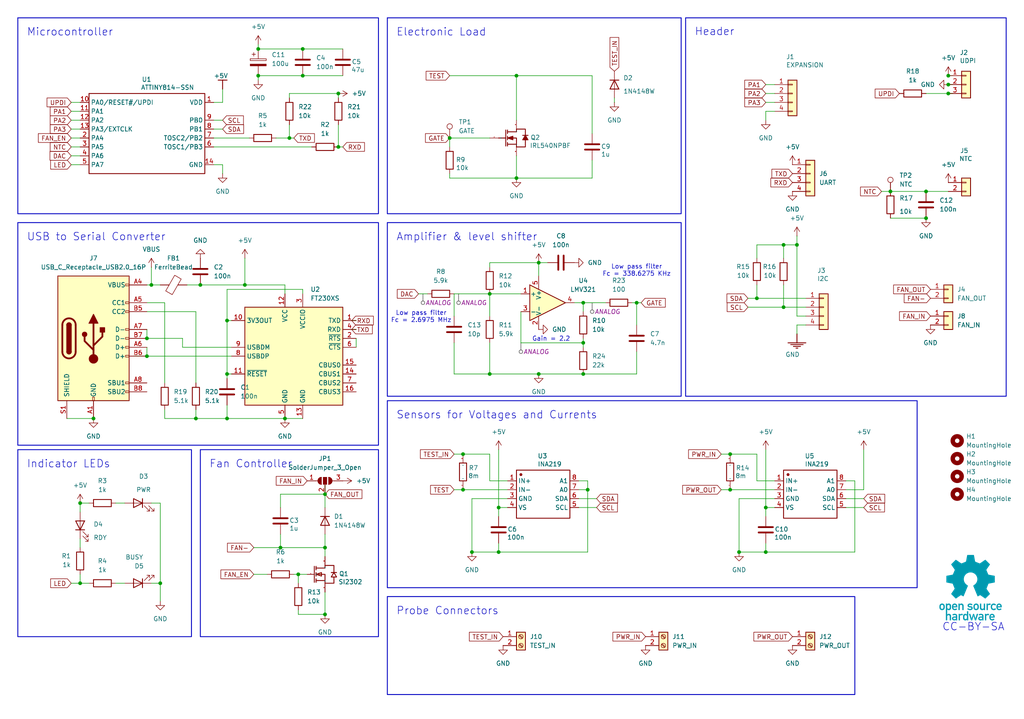
<source format=kicad_sch>
(kicad_sch (version 20231120) (generator "eeschema") (generator_version "8.0")
  (paper "User" 292.1 205.105)
  (junction (at 96.52 41.91))
  (junction (at 96.52 26.67))
  (junction (at 264.16 62.23))
  (junction (at 166.37 86.36))
  (junction (at 142.24 157.48))
  (junction (at 208.28 139.7))
  (junction (at 153.67 106.68))
  (junction (at 64.77 106.68))
  (junction (at 92.71 140.97))
  (junction (at 270.51 24.13))
  (junction (at 64.77 119.38))
  (junction (at 86.36 21.59))
  (junction (at 167.64 139.7))
  (junction (at 26.67 119.38))
  (junction (at 270.51 21.59))
  (junction (at 64.77 91.44))
  (junction (at 92.71 156.21))
  (junction (at 69.85 81.28))
  (junction (at 147.32 21.59))
  (junction (at 45.72 166.37))
  (junction (at 227.33 69.85))
  (junction (at 82.55 39.37))
  (junction (at 43.18 81.28))
  (junction (at 270.51 26.67))
  (junction (at 22.86 143.51))
  (junction (at 264.16 54.61))
  (junction (at 134.62 157.48))
  (junction (at 85.09 163.83))
  (junction (at 153.67 74.93))
  (junction (at 132.08 139.7))
  (junction (at 142.24 144.78))
  (junction (at 128.27 39.37))
  (junction (at 210.82 157.48))
  (junction (at 57.15 81.28))
  (junction (at 73.66 21.59))
  (junction (at 55.88 119.38))
  (junction (at 166.37 106.68))
  (junction (at 41.91 96.52))
  (junction (at 80.01 156.21))
  (junction (at 92.71 175.26))
  (junction (at 41.91 101.6))
  (junction (at 215.9 85.09))
  (junction (at 166.37 97.79))
  (junction (at 147.32 50.8))
  (junction (at 218.44 144.78))
  (junction (at 208.28 129.54))
  (junction (at 223.52 87.63))
  (junction (at 139.7 83.82))
  (junction (at 254 54.61))
  (junction (at 86.36 13.97))
  (junction (at 223.52 69.85))
  (junction (at 181.61 86.36))
  (junction (at 22.86 166.37))
  (junction (at 81.28 119.38))
  (junction (at 218.44 157.48))
  (junction (at 139.7 106.68))
  (junction (at 73.66 13.97))
  (junction (at 132.08 129.54))
  (wire (pts (xy 218.44 34.29) (xy 218.44 31.75)))
  (wire (pts (xy 148.59 88.9) (xy 148.59 97.79)))
  (wire (pts (xy 147.32 21.59) (xy 147.32 34.29)))
  (wire (pts (xy 78.74 39.37) (xy 82.55 39.37)))
  (wire (pts (xy 218.44 157.48) (xy 243.84 157.48)))
  (wire (pts (xy 20.32 46.99) (xy 22.86 46.99)))
  (wire (pts (xy 63.5 46.99) (xy 60.96 46.99)))
  (wire (pts (xy 213.36 85.09) (xy 215.9 85.09)))
  (wire (pts (xy 254 54.61) (xy 264.16 54.61)))
  (wire (pts (xy 264.16 54.61) (xy 270.51 54.61)))
  (wire (pts (xy 46.99 109.22) (xy 46.99 86.36)))
  (wire (pts (xy 20.32 31.75) (xy 22.86 31.75)))
  (wire (pts (xy 270.51 26.67) (xy 271.78 26.67)))
  (wire (pts (xy 139.7 137.16) (xy 139.7 129.54)))
  (wire (pts (xy 92.71 138.43) (xy 92.71 140.97)))
  (wire (pts (xy 139.7 97.79) (xy 139.7 106.68)))
  (wire (pts (xy 128.27 49.53) (xy 128.27 50.8)))
  (wire (pts (xy 92.71 140.97) (xy 92.71 144.78)))
  (wire (pts (xy 227.33 69.85) (xy 227.33 67.31)))
  (wire (pts (xy 63.5 29.21) (xy 60.96 29.21)))
  (wire (pts (xy 82.55 39.37) (xy 83.82 39.37)))
  (wire (pts (xy 264.16 26.67) (xy 270.51 26.67)))
  (wire (pts (xy 96.52 35.56) (xy 96.52 41.91)))
  (wire (pts (xy 45.72 143.51) (xy 45.72 166.37)))
  (wire (pts (xy 139.7 74.93) (xy 139.7 76.2)))
  (wire (pts (xy 142.24 144.78) (xy 142.24 147.32)))
  (wire (pts (xy 210.82 157.48) (xy 218.44 157.48)))
  (wire (pts (xy 215.9 81.28) (xy 215.9 85.09)))
  (wire (pts (xy 20.32 166.37) (xy 22.86 166.37)))
  (wire (pts (xy 101.6 91.44) (xy 100.33 91.44)))
  (wire (pts (xy 142.24 157.48) (xy 167.64 157.48)))
  (wire (pts (xy 166.37 97.79) (xy 166.37 99.06)))
  (wire (pts (xy 215.9 69.85) (xy 223.52 69.85)))
  (wire (pts (xy 165.1 137.16) (xy 167.64 137.16)))
  (wire (pts (xy 20.32 34.29) (xy 22.86 34.29)))
  (wire (pts (xy 166.37 106.68) (xy 181.61 106.68)))
  (wire (pts (xy 41.91 101.6) (xy 66.04 101.6)))
  (wire (pts (xy 213.36 87.63) (xy 223.52 87.63)))
  (wire (pts (xy 139.7 129.54) (xy 132.08 129.54)))
  (wire (pts (xy 153.67 106.68) (xy 166.37 106.68)))
  (wire (pts (xy 82.55 27.94) (xy 82.55 26.67)))
  (wire (pts (xy 153.67 74.93) (xy 153.67 78.74)))
  (wire (pts (xy 166.37 97.79) (xy 166.37 96.52)))
  (wire (pts (xy 218.44 31.75) (xy 220.98 31.75)))
  (wire (pts (xy 38.1 101.6) (xy 41.91 101.6)))
  (wire (pts (xy 80.01 140.97) (xy 80.01 144.78)))
  (wire (pts (xy 129.54 106.68) (xy 139.7 106.68)))
  (wire (pts (xy 134.62 157.48) (xy 142.24 157.48)))
  (wire (pts (xy 180.34 86.36) (xy 181.61 86.36)))
  (wire (pts (xy 241.3 142.24) (xy 246.38 142.24)))
  (wire (pts (xy 101.6 96.52) (xy 101.6 99.06)))
  (wire (pts (xy 129.54 97.79) (xy 129.54 106.68)))
  (wire (pts (xy 218.44 29.21) (xy 220.98 29.21)))
  (wire (pts (xy 144.78 137.16) (xy 139.7 137.16)))
  (wire (pts (xy 20.32 41.91) (xy 22.86 41.91)))
  (wire (pts (xy 72.39 156.21) (xy 80.01 156.21)))
  (wire (pts (xy 220.98 137.16) (xy 215.9 137.16)))
  (wire (pts (xy 215.9 69.85) (xy 215.9 73.66)))
  (wire (pts (xy 73.66 21.59) (xy 86.36 21.59)))
  (wire (pts (xy 63.5 25.4) (xy 63.5 29.21)))
  (wire (pts (xy 129.54 83.82) (xy 139.7 83.82)))
  (wire (pts (xy 92.71 152.4) (xy 92.71 156.21)))
  (wire (pts (xy 73.66 21.59) (xy 73.66 22.86)))
  (wire (pts (xy 22.86 143.51) (xy 22.86 146.05)))
  (wire (pts (xy 166.37 88.9) (xy 166.37 86.36)))
  (wire (pts (xy 246.38 139.7) (xy 246.38 128.27)))
  (wire (pts (xy 227.33 92.71) (xy 229.87 92.71)))
  (wire (pts (xy 218.44 144.78) (xy 218.44 147.32)))
  (wire (pts (xy 218.44 144.78) (xy 218.44 128.27)))
  (wire (pts (xy 165.1 142.24) (xy 170.18 142.24)))
  (wire (pts (xy 66.04 91.44) (xy 64.77 91.44)))
  (wire (pts (xy 229.87 90.17) (xy 227.33 90.17)))
  (wire (pts (xy 132.08 129.54) (xy 129.54 129.54)))
  (wire (pts (xy 64.77 82.55) (xy 86.36 82.55)))
  (wire (pts (xy 53.34 81.28) (xy 57.15 81.28)))
  (wire (pts (xy 22.86 166.37) (xy 25.4 166.37)))
  (wire (pts (xy 119.38 83.82) (xy 121.92 83.82)))
  (wire (pts (xy 139.7 106.68) (xy 153.67 106.68)))
  (wire (pts (xy 33.02 143.51) (xy 35.56 143.51)))
  (wire (pts (xy 22.86 143.51) (xy 25.4 143.51)))
  (wire (pts (xy 168.91 21.59) (xy 168.91 38.1)))
  (wire (pts (xy 80.01 156.21) (xy 92.71 156.21)))
  (wire (pts (xy 43.18 76.2) (xy 43.18 81.28)))
  (wire (pts (xy 83.82 163.83) (xy 85.09 163.83)))
  (wire (pts (xy 41.91 99.06) (xy 41.91 101.6)))
  (wire (pts (xy 218.44 154.94) (xy 218.44 157.48)))
  (wire (pts (xy 223.52 69.85) (xy 227.33 69.85)))
  (wire (pts (xy 139.7 83.82) (xy 139.7 90.17)))
  (wire (pts (xy 241.3 139.7) (xy 246.38 139.7)))
  (wire (pts (xy 86.36 13.97) (xy 97.79 13.97)))
  (wire (pts (xy 220.98 142.24) (xy 210.82 142.24)))
  (wire (pts (xy 19.05 119.38) (xy 26.67 119.38)))
  (wire (pts (xy 55.88 109.22) (xy 55.88 88.9)))
  (wire (pts (xy 63.5 36.83) (xy 60.96 36.83)))
  (wire (pts (xy 147.32 50.8) (xy 168.91 50.8)))
  (wire (pts (xy 144.78 139.7) (xy 132.08 139.7)))
  (wire (pts (xy 60.96 41.91) (xy 88.9 41.91)))
  (wire (pts (xy 175.26 29.21) (xy 175.26 27.94)))
  (wire (pts (xy 43.18 81.28) (xy 41.91 81.28)))
  (wire (pts (xy 81.28 81.28) (xy 81.28 83.82)))
  (wire (pts (xy 20.32 36.83) (xy 22.86 36.83)))
  (wire (pts (xy 64.77 115.57) (xy 64.77 119.38)))
  (wire (pts (xy 181.61 106.68) (xy 181.61 100.33)))
  (wire (pts (xy 52.07 96.52) (xy 41.91 96.52)))
  (wire (pts (xy 168.91 45.72) (xy 168.91 50.8)))
  (wire (pts (xy 85.09 175.26) (xy 92.71 175.26)))
  (wire (pts (xy 223.52 69.85) (xy 223.52 73.66)))
  (wire (pts (xy 72.39 163.83) (xy 76.2 163.83)))
  (wire (pts (xy 128.27 39.37) (xy 128.27 41.91)))
  (wire (pts (xy 57.15 81.28) (xy 69.85 81.28)))
  (wire (pts (xy 208.28 139.7) (xy 205.74 139.7)))
  (wire (pts (xy 147.32 50.8) (xy 147.32 44.45)))
  (wire (pts (xy 218.44 26.67) (xy 220.98 26.67)))
  (wire (pts (xy 220.98 139.7) (xy 208.28 139.7)))
  (wire (pts (xy 60.96 39.37) (xy 71.12 39.37)))
  (wire (pts (xy 85.09 163.83) (xy 85.09 166.37)))
  (wire (pts (xy 182.88 86.36) (xy 181.61 86.36)))
  (wire (pts (xy 144.78 142.24) (xy 134.62 142.24)))
  (wire (pts (xy 165.1 139.7) (xy 167.64 139.7)))
  (wire (pts (xy 210.82 142.24) (xy 210.82 157.48)))
  (wire (pts (xy 96.52 27.94) (xy 96.52 26.67)))
  (wire (pts (xy 132.08 139.7) (xy 129.54 139.7)))
  (wire (pts (xy 153.67 74.93) (xy 139.7 74.93)))
  (wire (pts (xy 20.32 39.37) (xy 22.86 39.37)))
  (wire (pts (xy 73.66 12.7) (xy 73.66 13.97)))
  (wire (pts (xy 251.46 54.61) (xy 254 54.61)))
  (wire (pts (xy 69.85 73.66) (xy 69.85 81.28)))
  (wire (pts (xy 81.28 119.38) (xy 86.36 119.38)))
  (wire (pts (xy 92.71 168.91) (xy 92.71 175.26)))
  (wire (pts (xy 134.62 142.24) (xy 134.62 157.48)))
  (wire (pts (xy 41.91 88.9) (xy 55.88 88.9)))
  (wire (pts (xy 20.32 44.45) (xy 22.86 44.45)))
  (wire (pts (xy 218.44 24.13) (xy 220.98 24.13)))
  (wire (pts (xy 64.77 119.38) (xy 81.28 119.38)))
  (wire (pts (xy 55.88 116.84) (xy 55.88 119.38)))
  (wire (pts (xy 165.1 144.78) (xy 170.18 144.78)))
  (wire (pts (xy 46.99 116.84) (xy 46.99 119.38)))
  (wire (pts (xy 86.36 83.82) (xy 86.36 82.55)))
  (wire (pts (xy 129.54 83.82) (xy 129.54 90.17)))
  (wire (pts (xy 208.28 129.54) (xy 205.74 129.54)))
  (wire (pts (xy 64.77 106.68) (xy 64.77 91.44)))
  (wire (pts (xy 66.04 99.06) (xy 52.07 99.06)))
  (wire (pts (xy 220.98 144.78) (xy 218.44 144.78)))
  (wire (pts (xy 241.3 137.16) (xy 243.84 137.16)))
  (wire (pts (xy 43.18 143.51) (xy 45.72 143.51)))
  (wire (pts (xy 156.21 74.93) (xy 153.67 74.93)))
  (wire (pts (xy 215.9 85.09) (xy 229.87 85.09)))
  (wire (pts (xy 148.59 97.79) (xy 166.37 97.79)))
  (wire (pts (xy 63.5 49.53) (xy 63.5 46.99)))
  (wire (pts (xy 80.01 140.97) (xy 92.71 140.97)))
  (wire (pts (xy 52.07 99.06) (xy 52.07 96.52)))
  (wire (pts (xy 270.51 21.59) (xy 271.78 21.59)))
  (wire (pts (xy 55.88 119.38) (xy 64.77 119.38)))
  (wire (pts (xy 241.3 144.78) (xy 246.38 144.78)))
  (wire (pts (xy 73.66 13.97) (xy 86.36 13.97)))
  (wire (pts (xy 96.52 26.67) (xy 82.55 26.67)))
  (wire (pts (xy 41.91 93.98) (xy 41.91 96.52)))
  (wire (pts (xy 82.55 35.56) (xy 82.55 39.37)))
  (wire (pts (xy 166.37 86.36) (xy 172.72 86.36)))
  (wire (pts (xy 142.24 154.94) (xy 142.24 157.48)))
  (wire (pts (xy 64.77 106.68) (xy 64.77 107.95)))
  (wire (pts (xy 85.09 173.99) (xy 85.09 175.26)))
  (wire (pts (xy 69.85 81.28) (xy 81.28 81.28)))
  (wire (pts (xy 85.09 163.83) (xy 87.63 163.83)))
  (wire (pts (xy 181.61 86.36) (xy 181.61 92.71)))
  (wire (pts (xy 22.86 163.83) (xy 22.86 166.37)))
  (wire (pts (xy 227.33 95.25) (xy 227.33 92.71)))
  (wire (pts (xy 64.77 82.55) (xy 64.77 91.44)))
  (wire (pts (xy 163.83 86.36) (xy 166.37 86.36)))
  (wire (pts (xy 128.27 39.37) (xy 139.7 39.37)))
  (wire (pts (xy 63.5 34.29) (xy 60.96 34.29)))
  (wire (pts (xy 80.01 152.4) (xy 80.01 156.21)))
  (wire (pts (xy 20.32 29.21) (xy 22.86 29.21)))
  (wire (pts (xy 215.9 129.54) (xy 208.28 129.54)))
  (wire (pts (xy 243.84 137.16) (xy 243.84 157.48)))
  (wire (pts (xy 64.77 106.68) (xy 66.04 106.68)))
  (wire (pts (xy 45.72 81.28) (xy 43.18 81.28)))
  (wire (pts (xy 223.52 87.63) (xy 229.87 87.63)))
  (wire (pts (xy 45.72 166.37) (xy 45.72 171.45)))
  (wire (pts (xy 147.32 50.8) (xy 128.27 50.8)))
  (wire (pts (xy 128.27 21.59) (xy 147.32 21.59)))
  (wire (pts (xy 46.99 119.38) (xy 55.88 119.38)))
  (wire (pts (xy 144.78 144.78) (xy 142.24 144.78)))
  (wire (pts (xy 43.18 166.37) (xy 45.72 166.37)))
  (wire (pts (xy 33.02 166.37) (xy 35.56 166.37)))
  (wire (pts (xy 96.52 41.91) (xy 97.79 41.91)))
  (wire (pts (xy 271.78 24.13) (xy 270.51 24.13)))
  (wire (pts (xy 147.32 21.59) (xy 168.91 21.59)))
  (wire (pts (xy 41.91 86.36) (xy 46.99 86.36)))
  (wire (pts (xy 139.7 83.82) (xy 148.59 83.82)))
  (wire (pts (xy 167.64 139.7) (xy 167.64 157.48)))
  (wire (pts (xy 22.86 153.67) (xy 22.86 156.21)))
  (wire (pts (xy 167.64 137.16) (xy 167.64 139.7)))
  (wire (pts (xy 223.52 81.28) (xy 223.52 87.63)))
  (wire (pts (xy 92.71 156.21) (xy 92.71 158.75)))
  (wire (pts (xy 254 62.23) (xy 264.16 62.23)))
  (wire (pts (xy 86.36 21.59) (xy 97.79 21.59)))
  (wire (pts (xy 227.33 90.17) (xy 227.33 69.85)))
  (wire (pts (xy 101.6 93.98) (xy 100.33 93.98)))
  (wire (pts (xy 142.24 144.78) (xy 142.24 128.27)))
  (wire (pts (xy 215.9 137.16) (xy 215.9 129.54)))
  (rectangle (start 110.49 5.08) (end 194.31 60.96) (stroke (width 0.254)))
  (rectangle (start 195.58 5.08) (end 287.02 113.03) (stroke (width 0.254)))
  (rectangle (start 110.49 63.5) (end 194.31 113.03) (stroke (width 0.254)))
  (rectangle (start 5.08 5.08) (end 107.95 60.96) (stroke (width 0.254)))
  (rectangle (start 57.15 128.27) (end 107.95 181.61) (stroke (width 0.254)))
  (rectangle (start 5.08 63.5) (end 107.95 127) (stroke (width 0.254)))
  (rectangle (start 5.08 128.27) (end 54.61 181.61) (stroke (width 0.254)))
  (rectangle (start 110.49 114.3) (end 261.62 167.64) (stroke (width 0.254)))
  (rectangle (start 110.49 170.18) (end 243.84 198.12) (stroke (width 0.254)))
  (image (at 276.86 167.64) (scale 0.364258))
  (text "USB to Serial Converter" (at 7.62 66.4083 0) (effects (font (size 2.1717 2.1717)) (justify left top)))
  (text "Sensors for Voltages and Currents" (at 113.03 117.2083 0) (effects (font (size 2.1717 2.1717)) (justify left top)))
  (text "Indicator LEDs" (at 7.62 131.1783 0) (effects (font (size 2.1717 2.1717)) (justify left top)))
  (text "Header" (at 198.12 7.874 0) (effects (font (size 2.1717 2.1717)) (justify left top)))
  (text "Gain = 2.2" (at 157.226 96.774 0) (effects (font (size 1.27 1.27))))
  (text "Microcontroller" (at 7.62 7.9883 0) (effects (font (size 2.1717 2.1717)) (justify left top)))
  (text "CC-BY-SA" (at 268.732 177.6603 0) (effects (font (size 2.1717 2.1717)) (justify left top)))
  (text "Low pass filter\nFc = 338.6275 KHz" (at 181.61 77.216 0) (effects (font (size 1.27 1.27))))
  (text "Amplifier & level shifter" (at 113.03 66.4083 0) (effects (font (size 2.1717 2.1717)) (justify left top)))
  (text "Electronic Load" (at 113.03 7.9883 0) (effects (font (size 2.1717 2.1717)) (justify left top)))
  (text "Low pass filter\nFc = 2.6975 MHz" (at 120.142 90.424 0) (effects (font (size 1.27 1.27))))
  (text "Fan Controller" (at 59.69 131.1783 0) (effects (font (size 2.1717 2.1717)) (justify left top)))
  (text "Probe Connectors" (at 113.03 173.0883 0) (effects (font (size 2.1717 2.1717)) (justify left top)))
  (global_label "GATE" (shape input) (at 182.88 86.36 0) (property "Intersheetrefs" "${INTERSHEET_REFS}" (effects (hide yes))))
  (global_label "PA3" (shape input) (at 20.32 36.83 180) (property "Intersheetrefs" "${INTERSHEET_REFS}" (effects (hide yes))))
  (global_label "TEST" (shape input) (at 128.27 21.59 180) (property "Intersheetrefs" "${INTERSHEET_REFS}" (effects (hide yes))))
  (global_label "FAN_IN" (shape input) (at 265.43 90.17 180) (property "Intersheetrefs" "${INTERSHEET_REFS}" (effects (hide yes))))
  (global_label "SDA" (shape input) (at 246.38 142.24 0) (property "Intersheetrefs" "${INTERSHEET_REFS}" (effects (hide yes))))
  (global_label "SCL" (shape input) (at 170.18 144.78 0) (property "Intersheetrefs" "${INTERSHEET_REFS}" (effects (hide yes))))
  (global_label "PWR_OUT" (shape input) (at 205.74 139.7 180) (property "Intersheetrefs" "${INTERSHEET_REFS}" (effects (hide yes))))
  (global_label "FAN_EN" (shape input) (at 72.39 163.83 180) (property "Intersheetrefs" "${INTERSHEET_REFS}" (effects (hide yes))))
  (global_label "TXD" (shape input) (at 100.33 93.98 0) (property "Intersheetrefs" "${INTERSHEET_REFS}" (effects (hide yes))))
  (global_label "FAN_OUT" (shape input) (at 265.43 82.55 180) (property "Intersheetrefs" "${INTERSHEET_REFS}" (effects (hide yes))))
  (global_label "LED" (shape input) (at 20.32 46.99 180) (property "Intersheetrefs" "${INTERSHEET_REFS}" (effects (hide yes))))
  (global_label "TEST_IN" (shape input) (at 175.26 20.32 90) (property "Intersheetrefs" "${INTERSHEET_REFS}" (effects (hide yes))))
  (global_label "SDA" (shape input) (at 170.18 142.24 0) (property "Intersheetrefs" "${INTERSHEET_REFS}" (effects (hide yes))))
  (global_label "RXD" (shape input) (at 97.79 41.91 0) (property "Intersheetrefs" "${INTERSHEET_REFS}" (effects (hide yes))))
  (global_label "PA1" (shape input) (at 20.32 31.75 180) (property "Intersheetrefs" "${INTERSHEET_REFS}" (effects (hide yes))))
  (global_label "DAC" (shape input) (at 119.38 83.82 180) (property "Intersheetrefs" "${INTERSHEET_REFS}" (effects (hide yes))))
  (global_label "PWR_OUT" (shape input) (at 226.06 181.61 180) (property "Intersheetrefs" "${INTERSHEET_REFS}" (effects (hide yes))))
  (global_label "FAN_IN" (shape input) (at 87.63 137.16 180) (property "Intersheetrefs" "${INTERSHEET_REFS}" (effects (hide yes))))
  (global_label "UPDI" (shape input) (at 256.54 26.67 180) (property "Intersheetrefs" "${INTERSHEET_REFS}" (effects (hide yes))))
  (global_label "UPDI" (shape input) (at 20.32 29.21 180) (property "Intersheetrefs" "${INTERSHEET_REFS}" (effects (hide yes))))
  (global_label "PA1" (shape input) (at 218.44 24.13 180) (property "Intersheetrefs" "${INTERSHEET_REFS}" (effects (hide yes))))
  (global_label "SDA" (shape input) (at 213.36 85.09 180) (property "Intersheetrefs" "${INTERSHEET_REFS}" (effects (hide yes))))
  (global_label "PWR_IN" (shape input) (at 205.74 129.54 180) (property "Intersheetrefs" "${INTERSHEET_REFS}" (effects (hide yes))))
  (global_label "FAN-" (shape input) (at 72.39 156.21 180) (property "Intersheetrefs" "${INTERSHEET_REFS}" (effects (hide yes))))
  (global_label "GATE" (shape input) (at 128.27 39.37 180) (property "Intersheetrefs" "${INTERSHEET_REFS}" (effects (hide yes))))
  (global_label "TEST_IN" (shape input) (at 129.54 129.54 180) (property "Intersheetrefs" "${INTERSHEET_REFS}" (effects (hide yes))))
  (global_label "TEST_IN" (shape input) (at 143.51 181.61 180) (property "Intersheetrefs" "${INTERSHEET_REFS}" (effects (hide yes))))
  (global_label "SDA" (shape input) (at 63.5 36.83 0) (property "Intersheetrefs" "${INTERSHEET_REFS}" (effects (hide yes))))
  (global_label "TEST" (shape input) (at 129.54 139.7 180) (property "Intersheetrefs" "${INTERSHEET_REFS}" (effects (hide yes))))
  (global_label "LED" (shape input) (at 20.32 166.37 180) (property "Intersheetrefs" "${INTERSHEET_REFS}" (effects (hide yes))))
  (global_label "PWR_IN" (shape input) (at 184.15 181.61 180) (property "Intersheetrefs" "${INTERSHEET_REFS}" (effects (hide yes))))
  (global_label "FAN_EN" (shape input) (at 20.32 39.37 180) (property "Intersheetrefs" "${INTERSHEET_REFS}" (effects (hide yes))))
  (global_label "SCL" (shape input) (at 213.36 87.63 180) (property "Intersheetrefs" "${INTERSHEET_REFS}" (effects (hide yes))))
  (global_label "PA2" (shape input) (at 218.44 26.67 180) (property "Intersheetrefs" "${INTERSHEET_REFS}" (effects (hide yes))))
  (global_label "SCL" (shape input) (at 63.5 34.29 0) (property "Intersheetrefs" "${INTERSHEET_REFS}" (effects (hide yes))))
  (global_label "PA3" (shape input) (at 218.44 29.21 180) (property "Intersheetrefs" "${INTERSHEET_REFS}" (effects (hide yes))))
  (global_label "TXD" (shape input) (at 226.06 49.53 180) (property "Intersheetrefs" "${INTERSHEET_REFS}" (effects (hide yes))))
  (global_label "FAN-" (shape input) (at 265.43 85.09 180) (property "Intersheetrefs" "${INTERSHEET_REFS}" (effects (hide yes))))
  (global_label "NTC" (shape input) (at 20.32 41.91 180) (property "Intersheetrefs" "${INTERSHEET_REFS}" (effects (hide yes))))
  (global_label "TXD" (shape input) (at 83.82 39.37 0) (property "Intersheetrefs" "${INTERSHEET_REFS}" (effects (hide yes))))
  (global_label "PA2" (shape input) (at 20.32 34.29 180) (property "Intersheetrefs" "${INTERSHEET_REFS}" (effects (hide yes))))
  (global_label "RXD" (shape input) (at 100.33 91.44 0) (property "Intersheetrefs" "${INTERSHEET_REFS}" (effects (hide yes))))
  (global_label "DAC" (shape input) (at 20.32 44.45 180) (property "Intersheetrefs" "${INTERSHEET_REFS}" (effects (hide yes))))
  (global_label "SCL" (shape input) (at 246.38 144.78 0) (property "Intersheetrefs" "${INTERSHEET_REFS}" (effects (hide yes))))
  (global_label "NTC" (shape input) (at 251.46 54.61 180) (property "Intersheetrefs" "${INTERSHEET_REFS}" (effects (hide yes))))
  (global_label "RXD" (shape input) (at 226.06 52.07 180) (property "Intersheetrefs" "${INTERSHEET_REFS}" (effects (hide yes))))
  (global_label "FAN_OUT" (shape input) (at 92.71 140.97 0) (property "Intersheetrefs" "${INTERSHEET_REFS}" (effects (hide yes))))
  (netclass_flag "" (length 2.54) (shape round) (at 130.81 83.82 180) (property "Netclass" "ANALOG" (at 131.5085 86.36 0) (effects (font (italic yes)) (justify left))))
  (netclass_flag "" (length 2.54) (shape round) (at 168.91 86.36 180) (property "Netclass" "ANALOG" (at 169.6085 88.9 0) (effects (font (italic yes)) (justify left))))
  (netclass_flag "" (length 2.54) (shape round) (at 148.59 97.79 180) (property "Netclass" "ANALOG" (at 149.2885 100.33 0) (effects (font (italic yes)) (justify left))))
  (netclass_flag "" (length 2.54) (shape round) (at 120.65 83.82 180) (property "Netclass" "ANALOG" (at 121.3485 86.36 0) (effects (font (italic yes)) (justify left))))
  (symbol (lib_id "power:GND") (at 210.82 157.48 0) (unit 1)
    (property "Reference" "#PWR018" (effects (hide yes)))
    (property "Value" "GND" (at 210.82 162.56 0))
    (property "Description" "Power symbol creates a global label with name \"GND\" , ground" (effects (hide yes)))
  )
  (symbol (lib_id "power:GND") (at 184.15 184.15 0) (unit 1)
    (property "Reference" "#PWR010" (effects (hide yes)))
    (property "Value" "GND" (at 184.15 189.23 0))
    (property "Description" "Power symbol creates a global label with name \"GND\" , ground" (effects (hide yes)))
  )
  (symbol (lib_id "power:+5V") (at 96.52 26.67 270) (unit 1)
    (property "Reference" "#PWR047" (effects (hide yes)))
    (property "Value" "+5V" (at 100.33 26.6699 90) (effects (justify left)))
    (property "Description" "Power symbol creates a global label with name \"+5V\"" (effects (hide yes)))
  )
  (symbol (lib_id "Mechanical:MountingHole") (at 273.05 135.89 0) (unit 1) (exclude_from_sim yes) (in_bom no)
    (property "Reference" "H3" (at 275.59 134.6199 0) (effects (justify left)))
    (property "Value" "MountingHole" (at 275.59 137.1599 0) (effects (justify left)))
    (property "Footprint" "MountingHole:MountingHole_2.2mm_M2" (effects (hide yes)))
    (property "Description" "Mounting Hole without connection" (effects (hide yes)))
  )
  (symbol (lib_id "Device:R") (at 223.52 77.47 0) (unit 1)
    (property "Reference" "R16" (at 217.551 75.3491 0) (effects (justify left top)))
    (property "Value" "10k" (at 217.805 77.8637 0) (effects (justify left top)))
    (property "Footprint" "Resistor_SMD:R_0603_1608Metric" (effects (hide yes)))
    (property "Description" "Resistor" (effects (hide yes)))
    (property "Manufacturer Part" "0603WAF4701T5E" (effects (hide yes)))
    (property "Manufacturer" "UniOhm" (effects (hide yes)))
    (property "Supplier Part" "C23162" (effects (hide yes)))
    (property "Supplier" "LCSC" (effects (hide yes)))
  )
  (symbol (lib_id "Device:R") (at 29.21 143.51 90) (unit 0)
    (property "Reference" "R3" (at 29.21 137.16 90))
    (property "Value" "1k" (at 29.21 139.7 90))
    (property "Footprint" "Resistor_SMD:R_0603_1608Metric" (effects (hide yes)))
    (property "Description" "Resistor" (effects (hide yes)))
    (property "Manufacturer Part" "0603WAF1001T5E" (effects (hide yes)))
    (property "Manufacturer" "UniOhm" (effects (hide yes)))
    (property "Supplier Part" "C21190" (effects (hide yes)))
    (property "Supplier" "LCSC" (effects (hide yes)))
  )
  (symbol (lib_id "power:+5V") (at 270.51 21.59 0) (unit 1)
    (property "Reference" "#PWR014" (effects (hide yes)))
    (property "Value" "+5V" (at 270.51 16.51 0))
    (property "Description" "Power symbol creates a global label with name \"+5V\"" (effects (hide yes)))
  )
  (symbol (lib_id "Device:R") (at 82.55 31.75 180) (unit 0)
    (property "Reference" "R22" (at 85.09 30.4799 0) (effects (justify right)))
    (property "Value" "10k" (at 85.09 33.0199 0) (effects (justify right)))
    (property "Footprint" "Resistor_SMD:R_0603_1608Metric" (effects (hide yes)))
    (property "Description" "Resistor" (effects (hide yes)))
    (property "Manufacturer Part" "0603WAF1002T5E" (effects (hide yes)))
    (property "Manufacturer" "UniOhm" (effects (hide yes)))
    (property "Supplier Part" "C25804" (effects (hide yes)))
    (property "Supplier" "LCSC" (effects (hide yes)))
  )
  (symbol (lib_id "Connector:TestPoint") (at 254 54.61 0) (unit 1) (in_bom no)
    (property "Reference" "TP2" (at 256.54 50.0379 0) (effects (justify left)))
    (property "Value" "NTC" (at 256.54 52.5779 0) (effects (justify left)))
    (property "Footprint" "TestPoint:TestPoint_Pad_D1.0mm" (effects (hide yes)))
    (property "Description" "test point" (effects (hide yes)))
  )
  (symbol (lib_id "power:GND") (at 57.15 73.66 180) (unit 1)
    (property "Reference" "#PWR04" (effects (hide yes)))
    (property "Value" "GND" (at 57.15 68.58 0))
    (property "Description" "Power symbol creates a global label with name \"GND\" , ground" (effects (hide yes)))
  )
  (symbol (lib_id "Connector_Generic:Conn_01x02") (at 270.51 90.17 0) (unit 1)
    (property "Reference" "J8" (at 273.05 90.1699 0) (effects (justify left)))
    (property "Value" "FAN_IN" (at 273.05 92.7099 0) (effects (justify left)))
    (property "Footprint" "Connector_PinHeader_2.54mm:PinHeader_1x02_P2.54mm_Vertical" (effects (hide yes)))
    (property "Description" "Generic connector, single row, 01x02, script generated (kicad-library-utils/schlib/autogen/connector/)" (effects (hide yes)))
  )
  (symbol (lib_id "power:GND") (at 81.28 119.38 0) (unit 1)
    (property "Reference" "#PWR09" (effects (hide yes)))
    (property "Value" "GND" (at 81.28 124.46 0))
    (property "Description" "Power symbol creates a global label with name \"GND\" , ground" (effects (hide yes)))
  )
  (symbol (lib_id "CR2512F0R3E04_3") (at 132.08 134.62 0) (unit 0)
    (property "Reference" "R7" (at 133.7056 132.7531 0) (effects (justify left top)))
    (property "Value" "8m" (at 133.5532 135.0137 0) (effects (justify left top)))
    (property "Footprint" "Resistor_SMD:R_2512_6332Metric" (effects (hide yes)))
    (property "Manufacturer Part" "MRF6432(2512)LR008FTS" (effects (hide yes)))
    (property "Manufacturer" "SUP" (effects (hide yes)))
    (property "Supplier Part" "C76241" (effects (hide yes)))
    (property "Supplier" "LCSC" (effects (hide yes)))
  )
  (symbol (lib_id "Device:R") (at 128.27 45.72 0) (unit 0)
    (property "Reference" "R9" (at 130.048 44.8437 0) (effects (justify left top)))
    (property "Value" "10k" (at 130.048 47.1297 0) (effects (justify left top)))
    (property "Footprint" "Resistor_SMD:R_0603_1608Metric" (effects (hide yes)))
    (property "Description" "Resistor" (effects (hide yes)))
    (property "Manufacturer Part" "0603WAF1002T5E" (effects (hide yes)))
    (property "Manufacturer" "UniOhm" (effects (hide yes)))
    (property "Supplier Part" "C25804" (effects (hide yes)))
    (property "Supplier" "LCSC" (effects (hide yes)))
  )
  (symbol (lib_id "SI2302_C344009") (at 92.71 163.83 0) (unit 1)
    (property "Reference" "Q1" (at 96.6978 162.9537 0) (effects (justify left top)))
    (property "Value" "SI2302" (at 96.52 165.2651 0) (effects (justify left top)))
    (property "Footprint" "Package_TO_SOT_SMD:SOT-23-3" (effects (hide yes)))
    (property "Manufacturer Part" "SI2302" (effects (hide yes)))
    (property "Manufacturer" "Bourne Semicon (Shenzhen)" (effects (hide yes)))
    (property "Supplier Part" "C344009" (effects (hide yes)))
    (property "Supplier" "LCSC" (effects (hide yes)))
  )
  (symbol (lib_id "Amplifier_Operational:LMV321") (at 156.21 86.36 0) (unit 1)
    (property "Reference" "U4" (at 166.37 80.0414 0))
    (property "Value" "LMV321" (at 166.37 82.5814 0))
    (property "Footprint" "Package_TO_SOT_SMD:SOT-23-5" (effects (hide yes)))
    (property "Datasheet" "http://www.ti.com/lit/ds/symlink/lmv324.pdf" (effects (hide yes)))
    (property "Description" "Low-Voltage Rail-to-Rail Output Operational Amplifiers, SOT-23-5/SC-70-5" (effects (hide yes)))
  )
  (symbol (lib_id "Device:R") (at 46.99 113.03 0) (unit 1)
    (property "Reference" "R19" (at 49.53 111.7599 0) (effects (justify left)))
    (property "Value" "5.1k" (at 49.53 114.2999 0) (effects (justify left)))
    (property "Footprint" "Resistor_SMD:R_0603_1608Metric" (effects (hide yes)))
    (property "Description" "Resistor" (effects (hide yes)))
  )
  (symbol (lib_id "Device:R") (at 22.86 160.02 0) (unit 0)
    (property "Reference" "R1" (at 17.5514 157.8737 0) (effects (justify left top)))
    (property "Value" "1k" (at 17.78 160.3883 0) (effects (justify left top)))
    (property "Footprint" "Resistor_SMD:R_0603_1608Metric" (effects (hide yes)))
    (property "Description" "Resistor" (effects (hide yes)))
    (property "Manufacturer Part" "0603WAF1001T5E" (effects (hide yes)))
    (property "Manufacturer" "UniOhm" (effects (hide yes)))
    (property "Supplier Part" "C21190" (effects (hide yes)))
    (property "Supplier" "LCSC" (effects (hide yes)))
  )
  (symbol (lib_id "Device:LED") (at 39.37 143.51 0) (mirror y) (unit 1)
    (property "Reference" "D3" (at 40.9575 135.89 0))
    (property "Value" "PWR" (at 40.9575 139.7 0))
    (property "Footprint" "LED_SMD:LED_0603_1608Metric" (effects (hide yes)))
    (property "Description" "Light emitting diode" (effects (hide yes)))
    (property "Manufacturer Part" "19-217/BHC-ZL1M2RY/3T" (effects (hide yes)))
    (property "Manufacturer" "EVERLIGHT" (effects (hide yes)))
    (property "Supplier Part" "C72041" (effects (hide yes)))
    (property "Supplier" "LCSC" (effects (hide yes)))
  )
  (symbol (lib_id "power:+5V") (at 227.33 67.31 0) (unit 1)
    (property "Reference" "#PWR029" (effects (hide yes)))
    (property "Value" "+5V" (at 227.33 62.23 0))
    (property "Description" "Power symbol creates a global label with name \"+5V\"" (effects (hide yes)))
  )
  (symbol (lib_id "Device:R") (at 92.71 41.91 90) (unit 1)
    (property "Reference" "R2" (at 92.71 35.56 90))
    (property "Value" "1k" (at 92.71 38.1 90))
    (property "Footprint" "Resistor_SMD:R_0603_1608Metric" (effects (hide yes)))
    (property "Description" "Resistor" (effects (hide yes)))
    (property "Manufacturer Part" "0603WAF1001T5E" (effects (hide yes)))
    (property "Manufacturer" "UniOhm" (effects (hide yes)))
    (property "Supplier Part" "C21190" (effects (hide yes)))
    (property "Supplier" "LCSC" (effects (hide yes)))
  )
  (symbol (lib_id "Device:C") (at 129.54 93.98 0) (unit 1)
    (property "Reference" "C13" (at 133.35 92.7099 0) (effects (justify left)))
    (property "Value" "10p" (at 133.35 95.2499 0) (effects (justify left)))
    (property "Footprint" "Capacitor_SMD:C_0603_1608Metric" (effects (hide yes)))
    (property "Description" "Unpolarized capacitor" (effects (hide yes)))
  )
  (symbol (lib_id "power:GND") (at 265.43 92.71 0) (unit 1)
    (property "Reference" "#PWR026" (effects (hide yes)))
    (property "Value" "GND" (at 265.43 97.79 0))
    (property "Description" "Power symbol creates a global label with name \"GND\" , ground" (effects (hide yes)))
  )
  (symbol (lib_id "Mechanical:MountingHole") (at 273.05 125.73 0) (unit 1) (exclude_from_sim yes) (in_bom no)
    (property "Reference" "H1" (at 275.59 124.4599 0) (effects (justify left)))
    (property "Value" "MountingHole" (at 275.59 126.9999 0) (effects (justify left)))
    (property "Footprint" "MountingHole:MountingHole_2.2mm_M2" (effects (hide yes)))
    (property "Description" "Mounting Hole without connection" (effects (hide yes)))
  )
  (symbol (lib_id "Device:C") (at 264.16 58.42 180) (unit 1)
    (property "Reference" "C12" (at 267.97 57.1499 0) (effects (justify right)))
    (property "Value" "100n" (at 267.97 59.6899 0) (effects (justify right)))
    (property "Footprint" "Capacitor_SMD:C_0603_1608Metric" (effects (hide yes)))
    (property "Description" "Unpolarized capacitor" (effects (hide yes)))
    (property "Manufacturer" "YAGEO" (effects (hide yes)))
    (property "Manufacturer Part" "CC0603KRX7R9BB104" (effects (hide yes)))
  )
  (symbol (lib_id "Device:C") (at 181.61 96.52 0) (unit 1)
    (property "Reference" "C7" (at 185.42 95.2499 0) (effects (justify left)))
    (property "Value" "4.7n" (at 185.42 97.7899 0) (effects (justify left)))
    (property "Footprint" "Capacitor_SMD:C_0603_1608Metric" (effects (hide yes)))
    (property "Description" "Unpolarized capacitor" (effects (hide yes)))
  )
  (symbol (lib_id "Device:C") (at 160.02 74.93 90) (unit 1)
    (property "Reference" "C8" (at 160.02 67.31 90))
    (property "Value" "100n" (at 160.02 69.85 90))
    (property "Footprint" "Capacitor_SMD:C_0603_1608Metric" (effects (hide yes)))
    (property "Description" "Unpolarized capacitor" (effects (hide yes)))
    (property "Manufacturer Part" "CC0603KRX7R9BB104" (effects (hide yes)))
    (property "Manufacturer" "YAGEO" (effects (hide yes)))
    (property "Supplier Part" "C14663" (effects (hide yes)))
    (property "Supplier" "LCSC" (effects (hide yes)))
  )
  (symbol (lib_id "Device:C") (at 64.77 111.76 180) (unit 0)
    (property "Reference" "C1" (at 68.58 110.4899 0) (effects (justify right)))
    (property "Value" "100n" (at 68.58 113.0299 0) (effects (justify right)))
    (property "Footprint" "Capacitor_SMD:C_0603_1608Metric" (effects (hide yes)))
    (property "Description" "Unpolarized capacitor" (effects (hide yes)))
    (property "Manufacturer Part" "CC0603KRX7R9BB104" (effects (hide yes)))
    (property "Manufacturer" "YAGEO" (effects (hide yes)))
    (property "Supplier Part" "C14663" (effects (hide yes)))
    (property "Supplier" "LCSC" (effects (hide yes)))
  )
  (symbol (lib_id "Device:C_Polarized") (at 73.66 17.78 0) (unit 1)
    (property "Reference" "C11" (at 77.47 15.6209 0) (effects (justify left)))
    (property "Value" "100u" (at 77.47 18.1609 0) (effects (justify left)))
    (property "Footprint" "Capacitor_THT:CP_Radial_D5.0mm_P2.00mm" (effects (hide yes)))
    (property "Description" "Polarized capacitor" (effects (hide yes)))
  )
  (symbol (lib_id "power:+5V") (at 142.24 128.27 0) (unit 1)
    (property "Reference" "#PWR023" (effects (hide yes)))
    (property "Value" "+5V" (at 142.24 123.19 0))
    (property "Description" "Power symbol creates a global label with name \"+5V\"" (effects (hide yes)))
  )
  (symbol (lib_id "INA219AIDCNR_1") (at 231.14 140.97 0) (unit 0)
    (property "Reference" "U5" (at 229.5652 129.3495 0) (effects (justify left top)))
    (property "Value" "INA219" (at 229.5652 131.6609 0) (effects (justify left top)))
    (property "Footprint" "Package_TO_SOT_SMD:SOT-23-8" (effects (hide yes)))
    (property "Manufacturer Part" "INA219AIDCNR" (effects (hide yes)))
    (property "Manufacturer" "TI" (effects (hide yes)))
    (property "Supplier Part" "C87469" (effects (hide yes)))
    (property "Supplier" "LCSC" (effects (hide yes)))
  )
  (symbol (lib_id "power:+5V") (at 69.85 73.66 0) (unit 1)
    (property "Reference" "#PWR03" (effects (hide yes)))
    (property "Value" "+5V" (at 69.85 68.58 0))
    (property "Description" "Power symbol creates a global label with name \"+5V\"" (effects (hide yes)))
  )
  (symbol (lib_id "Connector_Generic:Conn_01x03") (at 275.59 24.13 0) (unit 1)
    (property "Reference" "J2" (at 273.7612 14.2875 0) (effects (justify left top)))
    (property "Value" "UDPI" (at 273.7612 16.5989 0) (effects (justify left top)))
    (property "Footprint" "Connector_PinHeader_2.54mm:PinHeader_1x03_P2.54mm_Vertical" (effects (hide yes)))
    (property "Description" "Generic connector, single row, 01x03, script generated (kicad-library-utils/schlib/autogen/connector/)" (effects (hide yes)))
    (property "Manufacturer Part" "Header2.54mm 1*3P" (effects (hide yes)))
    (property "Manufacturer" "BOOMELE" (effects (hide yes)))
    (property "Supplier Part" "C49257" (effects (hide yes)))
    (property "Supplier" "LCSC" (effects (hide yes)))
  )
  (symbol (lib_id "Device:R") (at 80.01 163.83 90) (unit 1)
    (property "Reference" "R6" (at 80.01 157.48 90))
    (property "Value" "1k" (at 80.01 160.02 90))
    (property "Footprint" "Resistor_SMD:R_0603_1608Metric" (effects (hide yes)))
    (property "Description" "Resistor" (effects (hide yes)))
    (property "Manufacturer Part" "0603WAF1001T5E" (effects (hide yes)))
    (property "Manufacturer" "UniOhm" (effects (hide yes)))
    (property "Supplier Part" "C21190" (effects (hide yes)))
    (property "Supplier" "LCSC" (effects (hide yes)))
  )
  (symbol (lib_id "power:+5V") (at 270.51 52.07 0) (unit 1)
    (property "Reference" "#PWR024" (effects (hide yes)))
    (property "Value" "+5V" (at 270.51 46.99 0))
    (property "Description" "Power symbol creates a global label with name \"+5V\"" (effects (hide yes)))
  )
  (symbol (lib_id "Device:R") (at 55.88 113.03 0) (unit 1)
    (property "Reference" "R20" (at 58.42 111.7599 0) (effects (justify left)))
    (property "Value" "5.1k" (at 58.42 114.2999 0) (effects (justify left)))
    (property "Footprint" "Resistor_SMD:R_0603_1608Metric" (effects (hide yes)))
    (property "Description" "Resistor" (effects (hide yes)))
  )
  (symbol (lib_id "power:GND") (at 143.51 184.15 0) (unit 1)
    (property "Reference" "#PWR02" (effects (hide yes)))
    (property "Value" "GND" (at 143.51 189.23 0))
    (property "Description" "Power symbol creates a global label with name \"GND\" , ground" (effects (hide yes)))
  )
  (symbol (lib_id "Device:R") (at 74.93 39.37 90) (unit 1)
    (property "Reference" "R5" (at 74.93 33.02 90))
    (property "Value" "1k" (at 74.93 35.56 90))
    (property "Footprint" "Resistor_SMD:R_0603_1608Metric" (effects (hide yes)))
    (property "Description" "Resistor" (effects (hide yes)))
    (property "Manufacturer Part" "0603WAF1001T5E" (effects (hide yes)))
    (property "Manufacturer" "UniOhm" (effects (hide yes)))
    (property "Supplier Part" "C21190" (effects (hide yes)))
    (property "Supplier" "LCSC" (effects (hide yes)))
  )
  (symbol (lib_id "Connector_Generic:Conn_01x04") (at 231.14 49.53 0) (unit 1)
    (property "Reference" "J6" (at 233.68 49.5299 0) (effects (justify left)))
    (property "Value" "UART" (at 233.68 52.0699 0) (effects (justify left)))
    (property "Footprint" "Connector_PinHeader_2.54mm:PinHeader_1x04_P2.54mm_Vertical" (effects (hide yes)))
    (property "Description" "Generic connector, single row, 01x04, script generated (kicad-library-utils/schlib/autogen/connector/)" (effects (hide yes)))
  )
  (symbol (lib_id "power:GND") (at 175.26 29.21 0) (unit 1)
    (property "Reference" "#PWR021" (effects (hide yes)))
    (property "Value" "GND" (at 175.26 34.29 0))
    (property "Description" "Power symbol creates a global label with name \"GND\" , ground" (effects (hide yes)))
  )
  (symbol (lib_id "Connector:Screw_Terminal_01x02") (at 148.59 181.61 0) (unit 1)
    (property "Reference" "J10" (at 151.13 181.6099 0) (effects (justify left)))
    (property "Value" "TEST_IN" (at 151.13 184.1499 0) (effects (justify left)))
    (property "Footprint" "Library:TerminalBlock_Xinya_XY301V-5.00-2P_1x02_P5.00mm_Horizontal" (effects (hide yes)))
    (property "Description" "Generic screw terminal, single row, 01x02, script generated (kicad-library-utils/schlib/autogen/connector/)" (effects (hide yes)))
    (property "Manufacturer Part" "KF301R-5.0-2P" (effects (hide yes)))
    (property "Manufacturer" "Cixi Kefa Elec" (effects (hide yes)))
    (property "Supplier Part" "C474883" (effects (hide yes)))
    (property "Supplier" "LCSC" (effects (hide yes)))
  )
  (symbol (lib_id "Device:C") (at 80.01 148.59 0) (unit 1)
    (property "Reference" "C3" (at 82.55 147.7391 0) (effects (justify left top)))
    (property "Value" "1u" (at 82.55 149.9743 0) (effects (justify left top)))
    (property "Footprint" "Capacitor_SMD:C_0603_1608Metric" (effects (hide yes)))
    (property "Description" "Unpolarized capacitor" (effects (hide yes)))
    (property "Manufacturer Part" "CL10A105KB8NNNC" (effects (hide yes)))
    (property "Manufacturer" "SAMSUNG" (effects (hide yes)))
    (property "Supplier Part" "C15849" (effects (hide yes)))
    (property "Supplier" "LCSC" (effects (hide yes)))
    (property "Voltage" "50V" (effects (hide yes)))
  )
  (symbol (lib_id "power:GND") (at 153.67 93.98 90) (unit 1)
    (property "Reference" "#PWR025" (effects (hide yes)))
    (property "Value" "GND" (at 157.48 93.9799 90) (effects (justify right)))
    (property "Description" "Power symbol creates a global label with name \"GND\" , ground" (effects (hide yes)))
  )
  (symbol (lib_id "power:VBUS") (at 43.18 76.2 0) (unit 1)
    (property "Reference" "#PWR031" (effects (hide yes)))
    (property "Value" "VBUS" (at 43.18 71.12 0))
    (property "Description" "Power symbol creates a global label with name \"VBUS\"" (effects (hide yes)))
  )
  (symbol (lib_id "power:GND") (at 226.06 54.61 0) (unit 1)
    (property "Reference" "#PWR045" (effects (hide yes)))
    (property "Value" "GND" (at 226.06 59.69 0))
    (property "Description" "Power symbol creates a global label with name \"GND\" , ground" (effects (hide yes)))
  )
  (symbol (lib_id "power:GND") (at 153.67 106.68 0) (unit 1)
    (property "Reference" "#PWR028" (effects (hide yes)))
    (property "Value" "GND" (at 153.67 111.76 0))
    (property "Description" "Power symbol creates a global label with name \"GND\" , ground" (effects (hide yes)))
  )
  (symbol (lib_id "Device:C") (at 57.15 77.47 180) (unit 1)
    (property "Reference" "C2" (at 60.96 76.1999 0) (effects (justify right)))
    (property "Value" "100n" (at 60.96 78.7399 0) (effects (justify right)))
    (property "Footprint" "Capacitor_SMD:C_0603_1608Metric" (effects (hide yes)))
    (property "Description" "Unpolarized capacitor" (effects (hide yes)))
    (property "Manufacturer Part" "CC0603KRX7R9BB104" (effects (hide yes)))
    (property "Manufacturer" "YAGEO" (effects (hide yes)))
    (property "Supplier Part" "C14663" (effects (hide yes)))
    (property "Supplier" "LCSC" (effects (hide yes)))
  )
  (symbol (lib_id "power:GND") (at 270.51 24.13 270) (unit 1)
    (property "Reference" "#PWR013" (effects (hide yes)))
    (property "Value" "GND" (at 266.7 24.1299 90) (effects (justify right)))
    (property "Description" "Power symbol creates a global label with name \"GND\" , ground" (effects (hide yes)))
  )
  (symbol (lib_id "Device:D") (at 92.71 148.59 270) (unit 1)
    (property "Reference" "D1" (at 95.25 147.3199 90) (effects (justify left)))
    (property "Value" "1N4148W" (at 95.25 149.8599 90) (effects (justify left)))
    (property "Footprint" "Diode_SMD:D_SOD-123" (effects (hide yes)))
    (property "Description" "Diode" (effects (hide yes)))
    (property "Manufacturer Part" "1N4148W-E3-08" (effects (hide yes)))
    (property "Manufacturer" "Vishay Intertech" (effects (hide yes)))
    (property "Supplier Part" "C241939" (effects (hide yes)))
    (property "Supplier" "LCSC" (effects (hide yes)))
    (property "Sim.Device" "D" (effects (hide yes)))
    (property "Sim.Pins" "1=K 2=A" (effects (hide yes)))
  )
  (symbol (lib_id "Device:R") (at 85.09 170.18 180) (unit 1)
    (property "Reference" "R13" (at 87.63 168.9099 0) (effects (justify right)))
    (property "Value" "10k" (at 87.63 171.4499 0) (effects (justify right)))
    (property "Footprint" "Resistor_SMD:R_0603_1608Metric" (effects (hide yes)))
    (property "Description" "Resistor" (effects (hide yes)))
    (property "Manufacturer Part" "0603WAF1001T5E" (effects (hide yes)))
    (property "Manufacturer" "UniOhm" (effects (hide yes)))
    (property "Supplier Part" "C21190" (effects (hide yes)))
    (property "Supplier" "LCSC" (effects (hide yes)))
  )
  (symbol (lib_id "Connector_Generic:Conn_01x02") (at 270.51 82.55 0) (unit 1)
    (property "Reference" "J4" (at 273.05 82.5499 0) (effects (justify left)))
    (property "Value" "FAN_OUT" (at 273.05 85.0899 0) (effects (justify left)))
    (property "Footprint" "Connector_PinHeader_2.54mm:PinHeader_1x02_P2.54mm_Vertical" (effects (hide yes)))
    (property "Description" "Generic connector, single row, 01x02, script generated (kicad-library-utils/schlib/autogen/connector/)" (effects (hide yes)))
  )
  (symbol (lib_id "power:GND") (at 45.72 171.45 0) (unit 1)
    (property "Reference" "#PWR05" (effects (hide yes)))
    (property "Value" "GND" (at 45.72 176.53 0))
    (property "Description" "Power symbol creates a global label with name \"GND\" , ground" (effects (hide yes)))
  )
  (symbol (lib_id "Device:C") (at 218.44 151.13 0) (unit 0)
    (property "Reference" "C10" (at 220.98 150.2537 0) (effects (justify left top)))
    (property "Value" "100n" (at 220.853 152.5397 0) (effects (justify left top)))
    (property "Footprint" "Capacitor_SMD:C_0603_1608Metric" (effects (hide yes)))
    (property "Description" "Unpolarized capacitor" (effects (hide yes)))
    (property "Manufacturer Part" "CC0603KRX7R9BB104" (effects (hide yes)))
    (property "Manufacturer" "YAGEO" (effects (hide yes)))
    (property "Supplier Part" "C14663" (effects (hide yes)))
    (property "Supplier" "LCSC" (effects (hide yes)))
  )
  (symbol (lib_id "Device:R") (at 166.37 92.71 180) (unit 1)
    (property "Reference" "R10" (at 168.91 91.4399 0) (effects (justify right)))
    (property "Value" "10k" (at 168.91 93.9799 0) (effects (justify right)))
    (property "Footprint" "Resistor_SMD:R_0603_1608Metric" (effects (hide yes)))
    (property "Description" "Resistor" (effects (hide yes)))
    (property "Manufacturer" "UniOhm" (effects (hide yes)))
    (property "Manufacturer Part" "0603WAF1002T5E" (effects (hide yes)))
  )
  (symbol (lib_id "Device:R") (at 254 58.42 0) (unit 1)
    (property "Reference" "R17" (at 256.54 56.5149 0) (effects (justify left)))
    (property "Value" "10k" (at 256.54 60.3249 0) (effects (justify left)))
    (property "Footprint" "Resistor_SMD:R_0603_1608Metric" (effects (hide yes)))
    (property "Description" "Resistor" (effects (hide yes)))
    (property "Manufacturer Part" "0603WAF1002T5E" (effects (hide yes)))
    (property "Manufacturer" "UniOhm" (effects (hide yes)))
    (property "Supplier Part" "C25804" (effects (hide yes)))
    (property "Supplier" "LCSC" (effects (hide yes)))
  )
  (symbol (lib_id "Device:LED") (at 39.37 166.37 180) (unit 1)
    (property "Reference" "D5" (at 41.0464 162.1917 0) (effects (justify left top)))
    (property "Value" "BUSY" (at 40.894 159.6517 0) (effects (justify left top)))
    (property "Footprint" "LED_SMD:LED_0603_1608Metric" (effects (hide yes)))
    (property "Description" "Light emitting diode" (effects (hide yes)))
    (property "Manufacturer Part" "19-217/BHC-ZL1M2RY/3T" (effects (hide yes)))
    (property "Manufacturer" "EVERLIGHT" (effects (hide yes)))
    (property "Supplier Part" "C72041" (effects (hide yes)))
    (property "Supplier" "LCSC" (effects (hide yes)))
  )
  (symbol (lib_id "Mechanical:MountingHole") (at 273.05 140.97 0) (unit 1) (exclude_from_sim yes) (in_bom no)
    (property "Reference" "H4" (at 275.59 139.6999 0) (effects (justify left)))
    (property "Value" "MountingHole" (at 275.59 142.2399 0) (effects (justify left)))
    (property "Footprint" "MountingHole:MountingHole_2.2mm_M2" (effects (hide yes)))
    (property "Description" "Mounting Hole without connection" (effects (hide yes)))
  )
  (symbol (lib_id "Device:R") (at 260.35 26.67 90) (unit 1)
    (property "Reference" "R18" (at 260.35 20.32 90))
    (property "Value" "1k" (at 260.35 22.86 90))
    (property "Footprint" "Resistor_SMD:R_0603_1608Metric" (effects (hide yes)))
    (property "Description" "Resistor" (effects (hide yes)))
    (property "Manufacturer Part" "0603WAF4701T5E" (effects (hide yes)))
    (property "Manufacturer" "UniOhm" (effects (hide yes)))
    (property "Supplier Part" "C23162" (effects (hide yes)))
    (property "Supplier" "LCSC" (effects (hide yes)))
  )
  (symbol (lib_id "Device:R") (at 96.52 31.75 180) (unit 0)
    (property "Reference" "R21" (at 99.06 30.4799 0) (effects (justify right)))
    (property "Value" "10k" (at 99.06 33.0199 0) (effects (justify right)))
    (property "Footprint" "Resistor_SMD:R_0603_1608Metric" (effects (hide yes)))
    (property "Description" "Resistor" (effects (hide yes)))
    (property "Manufacturer Part" "0603WAF1002T5E" (effects (hide yes)))
    (property "Manufacturer" "UniOhm" (effects (hide yes)))
    (property "Supplier Part" "C25804" (effects (hide yes)))
    (property "Supplier" "LCSC" (effects (hide yes)))
  )
  (symbol (lib_id "Device:R") (at 166.37 102.87 180) (unit 1)
    (property "Reference" "R24" (at 168.91 101.5999 0) (effects (justify right)))
    (property "Value" "22k" (at 168.91 104.1399 0) (effects (justify right)))
    (property "Footprint" "Resistor_SMD:R_0603_1608Metric" (effects (hide yes)))
    (property "Description" "Resistor" (effects (hide yes)))
  )
  (symbol (lib_id "power:GND") (at 134.62 157.48 0) (unit 1)
    (property "Reference" "#PWR017" (effects (hide yes)))
    (property "Value" "GND" (at 134.62 162.56 0))
    (property "Description" "Power symbol creates a global label with name \"GND\" , ground" (effects (hide yes)))
  )
  (symbol (lib_id "Device:C") (at 97.79 17.78 0) (unit 1)
    (property "Reference" "C5" (at 100.33 16.9037 0) (effects (justify left top)))
    (property "Value" "47u" (at 100.203 19.1897 0) (effects (justify left top)))
    (property "Footprint" "Capacitor_SMD:C_1206_3216Metric" (effects (hide yes)))
    (property "Description" "Unpolarized capacitor" (effects (hide yes)))
    (property "Manufacturer Part" "1206F476M160NT" (effects (hide yes)))
    (property "Manufacturer" "FH" (effects (hide yes)))
    (property "Supplier Part" "C30300" (effects (hide yes)))
    (property "Supplier" "LCSC" (effects (hide yes)))
  )
  (symbol (lib_id "power:GND") (at 226.06 184.15 0) (unit 1)
    (property "Reference" "#PWR019" (effects (hide yes)))
    (property "Value" "GND" (at 226.06 189.23 0))
    (property "Description" "Power symbol creates a global label with name \"GND\" , ground" (effects (hide yes)))
  )
  (symbol (lib_id "IRL540NPBF") (at 144.78 39.37 0) (unit 0)
    (property "Reference" "Q2" (at 151.3078 38.4937 0) (effects (justify left top)))
    (property "Value" "IRL540NPBF" (at 151.13 40.8051 0) (effects (justify left top)))
    (property "Footprint" "Package_TO_SOT_THT:TO-220-3_Vertical" (effects (hide yes)))
    (property "Manufacturer Part" "IRL540NPBF" (effects (hide yes)))
    (property "Manufacturer" "Infineon" (effects (hide yes)))
    (property "Supplier Part" "C111607" (effects (hide yes)))
    (property "Supplier" "LCSC" (effects (hide yes)))
  )
  (symbol (lib_id "Device:LED") (at 22.86 149.86 90) (unit 1)
    (property "Reference" "D4" (at 26.67 149.5424 90) (effects (justify right)))
    (property "Value" "RDY" (at 26.67 153.3524 90) (effects (justify right)))
    (property "Footprint" "LED_SMD:LED_0603_1608Metric" (effects (hide yes)))
    (property "Description" "Light emitting diode" (effects (hide yes)))
    (property "Manufacturer Part" "19-217/BHC-ZL1M2RY/3T" (effects (hide yes)))
    (property "Manufacturer" "EVERLIGHT" (effects (hide yes)))
    (property "Supplier Part" "C72041" (effects (hide yes)))
    (property "Supplier" "LCSC" (effects (hide yes)))
  )
  (symbol (lib_id "Device:C") (at 142.24 151.13 0) (unit 1)
    (property "Reference" "C6" (at 144.78 150.2537 0) (effects (justify left top)))
    (property "Value" "100n" (at 144.653 152.5397 0) (effects (justify left top)))
    (property "Footprint" "Capacitor_SMD:C_0603_1608Metric" (effects (hide yes)))
    (property "Description" "Unpolarized capacitor" (effects (hide yes)))
    (property "Manufacturer Part" "CC0603KRX7R9BB104" (effects (hide yes)))
    (property "Manufacturer" "YAGEO" (effects (hide yes)))
    (property "Supplier Part" "C14663" (effects (hide yes)))
    (property "Supplier" "LCSC" (effects (hide yes)))
  )
  (symbol (lib_id "power:GND") (at 218.44 34.29 0) (unit 1)
    (property "Reference" "#PWR033" (effects (hide yes)))
    (property "Value" "GND" (at 218.44 39.37 0))
    (property "Description" "Power symbol creates a global label with name \"GND\" , ground" (effects (hide yes)))
  )
  (symbol (lib_id "power:+5V") (at 218.44 128.27 0) (unit 1)
    (property "Reference" "#PWR032" (effects (hide yes)))
    (property "Value" "+5V" (at 218.44 123.19 0))
    (property "Description" "Power symbol creates a global label with name \"+5V\"" (effects (hide yes)))
  )
  (symbol (lib_id "Connector_Generic:Conn_01x04") (at 226.06 26.67 0) (unit 1)
    (property "Reference" "J1" (at 224.2312 15.4813 0) (effects (justify left top)))
    (property "Value" "EXPANSION" (at 224.2312 17.8181 0) (effects (justify left top)))
    (property "Footprint" "Connector_PinHeader_2.54mm:PinHeader_1x04_P2.54mm_Vertical" (effects (hide yes)))
    (property "Description" "Generic connector, single row, 01x04, script generated (kicad-library-utils/schlib/autogen/connector/)" (effects (hide yes)))
    (property "Manufacturer Part" "220S-1*4P H=8.5MM Ytype Gold-plated" (effects (hide yes)))
    (property "Manufacturer" "Ckmtw" (effects (hide yes)))
    (property "Supplier Part" "C124413" (effects (hide yes)))
    (property "Supplier" "LCSC" (effects (hide yes)))
  )
  (symbol (lib_id "Connector_Generic:Conn_01x04") (at 234.95 87.63 0) (unit 1)
    (property "Reference" "J3" (at 233.1212 76.4413 0) (effects (justify left top)))
    (property "Value" "I2C" (at 233.1212 78.7781 0) (effects (justify left top)))
    (property "Footprint" "Connector_PinHeader_2.54mm:PinHeader_1x04_P2.54mm_Vertical" (effects (hide yes)))
    (property "Description" "Generic connector, single row, 01x04, script generated (kicad-library-utils/schlib/autogen/connector/)" (effects (hide yes)))
    (property "Manufacturer Part" "220S-1*4P H=8.5MM Ytype Gold-plated" (effects (hide yes)))
    (property "Manufacturer" "Ckmtw" (effects (hide yes)))
    (property "Supplier Part" "C124413" (effects (hide yes)))
    (property "Supplier" "LCSC" (effects (hide yes)))
  )
  (symbol (lib_id "power:+5V") (at 73.66 12.7 0) (unit 1)
    (property "Reference" "#PWR011" (effects (hide yes)))
    (property "Value" "+5V" (at 73.66 7.62 0))
    (property "Description" "Power symbol creates a global label with name \"+5V\"" (effects (hide yes)))
  )
  (symbol (lib_id "Interface_USB:FT230XS") (at 83.82 101.6 0) (unit 1)
    (property "Reference" "U2" (at 88.5541 82.55 0) (effects (justify left)))
    (property "Value" "FT230XS" (at 88.5541 85.09 0) (effects (justify left)))
    (property "Footprint" "Package_SO:SSOP-16_3.9x4.9mm_P0.635mm" (effects (hide yes)))
    (property "Datasheet" "https://www.ftdichip.com/Support/Documents/DataSheets/ICs/DS_FT230X.pdf" (effects (hide yes)))
    (property "Description" "Full Speed USB to Basic UART, SSOP-16" (effects (hide yes)))
  )
  (symbol (lib_id "Device:FerriteBead") (at 49.53 81.28 90) (unit 1)
    (property "Reference" "FB1" (at 49.4792 73.66 90))
    (property "Value" "FerriteBead" (at 49.4792 76.2 90))
    (property "Footprint" "Inductor_SMD:L_0603_1608Metric" (effects (hide yes)))
    (property "Description" "Ferrite bead" (effects (hide yes)))
    (property "Manufacturer" "Murata" (effects (hide yes)))
    (property "Manufacturer Part" "BLM18EG121SN1D" (effects (hide yes)))
  )
  (symbol (lib_id "Device:C") (at 168.91 41.91 0) (unit 1)
    (property "Reference" "C9" (at 171.45 41.0591 0) (effects (justify left top)))
    (property "Value" "1u" (at 171.45 43.2943 0) (effects (justify left top)))
    (property "Footprint" "Capacitor_SMD:C_0603_1608Metric" (effects (hide yes)))
    (property "Description" "Unpolarized capacitor" (effects (hide yes)))
    (property "Manufacturer Part" "CL10A105KB8NNNC" (effects (hide yes)))
    (property "Manufacturer" "SAMSUNG" (effects (hide yes)))
    (property "Supplier Part" "C15849" (effects (hide yes)))
    (property "Supplier" "LCSC" (effects (hide yes)))
    (property "Voltage" "50V" (effects (hide yes)))
  )
  (symbol (lib_id "power:+5V") (at 246.38 128.27 0) (unit 1)
    (property "Reference" "#PWR034" (effects (hide yes)))
    (property "Value" "+5V" (at 246.38 123.19 0))
    (property "Description" "Power symbol creates a global label with name \"+5V\"" (effects (hide yes)))
  )
  (symbol (lib_id "Device:R") (at 215.9 77.47 0) (unit 1)
    (property "Reference" "R15" (at 210.0072 75.3491 0) (effects (justify left top)))
    (property "Value" "10k" (at 210.185 77.8637 0) (effects (justify left top)))
    (property "Footprint" "Resistor_SMD:R_0603_1608Metric" (effects (hide yes)))
    (property "Description" "Resistor" (effects (hide yes)))
    (property "Manufacturer Part" "0603WAF4701T5E" (effects (hide yes)))
    (property "Manufacturer" "UniOhm" (effects (hide yes)))
    (property "Supplier Part" "C23162" (effects (hide yes)))
    (property "Supplier" "LCSC" (effects (hide yes)))
  )
  (symbol (lib_id "Device:R") (at 125.73 83.82 90) (unit 1)
    (property "Reference" "R8" (at 125.73 77.47 90))
    (property "Value" "5.9k" (at 125.73 80.01 90))
    (property "Footprint" "Resistor_SMD:R_0603_1608Metric" (effects (hide yes)))
    (property "Description" "Resistor" (effects (hide yes)))
  )
  (symbol (lib_id "power:+5V") (at 22.86 143.51 0) (unit 1)
    (property "Reference" "#PWR01" (effects (hide yes)))
    (property "Value" "+5V" (at 22.86 138.43 0))
    (property "Description" "Power symbol creates a global label with name \"+5V\"" (effects (hide yes)))
  )
  (symbol (lib_id "power:GND") (at 26.67 119.38 0) (unit 1)
    (property "Reference" "#PWR06" (effects (hide yes)))
    (property "Value" "GND" (at 26.67 124.46 0))
    (property "Description" "Power symbol creates a global label with name \"GND\" , ground" (effects (hide yes)))
  )
  (symbol (lib_id "power:+5V") (at 153.67 74.93 0) (unit 1)
    (property "Reference" "#PWR027" (effects (hide yes)))
    (property "Value" "+5V" (at 153.67 69.85 0))
    (property "Description" "Power symbol creates a global label with name \"+5V\"" (effects (hide yes)))
  )
  (symbol (lib_id "Device:C") (at 86.36 17.78 0) (unit 1)
    (property "Reference" "C4" (at 90.17 16.5099 0) (effects (justify left)))
    (property "Value" "100n" (at 90.17 19.0499 0) (effects (justify left)))
    (property "Footprint" "Capacitor_SMD:C_0603_1608Metric" (effects (hide yes)))
    (property "Description" "Unpolarized capacitor" (effects (hide yes)))
    (property "Manufacturer Part" "CC0603KRX7R9BB104" (effects (hide yes)))
    (property "Manufacturer" "YAGEO" (effects (hide yes)))
    (property "Supplier Part" "C14663" (effects (hide yes)))
    (property "Supplier" "LCSC" (effects (hide yes)))
  )
  (symbol (lib_id "Connector:Screw_Terminal_01x02") (at 231.14 181.61 0) (unit 1)
    (property "Reference" "J12" (at 233.68 181.6099 0) (effects (justify left)))
    (property "Value" "PWR_OUT" (at 233.68 184.1499 0) (effects (justify left)))
    (property "Footprint" "Library:TerminalBlock_Xinya_XY301V-5.00-2P_1x02_P5.00mm_Horizontal" (effects (hide yes)))
    (property "Description" "Generic screw terminal, single row, 01x02, script generated (kicad-library-utils/schlib/autogen/connector/)" (effects (hide yes)))
    (property "Manufacturer Part" "KF301R-5.0-2P" (effects (hide yes)))
    (property "Manufacturer" "Cixi Kefa Elec" (effects (hide yes)))
    (property "Supplier Part" "C474883" (effects (hide yes)))
    (property "Supplier" "LCSC" (effects (hide yes)))
  )
  (symbol (lib_id "power:GND") (at 73.66 22.86 0) (unit 1)
    (property "Reference" "#PWR012" (effects (hide yes)))
    (property "Value" "GND" (at 73.66 27.94 0))
    (property "Description" "Power symbol creates a global label with name \"GND\" , ground" (effects (hide yes)))
  )
  (symbol (lib_id "power:GND") (at 63.5 49.53 0) (unit 1)
    (property "Reference" "#PWR08" (effects (hide yes)))
    (property "Value" "GND" (at 63.5 54.61 0))
    (property "Description" "Power symbol creates a global label with name \"GND\" , ground" (effects (hide yes)))
  )
  (symbol (lib_id "power:GND") (at 92.71 175.26 0) (unit 1)
    (property "Reference" "#PWR015" (effects (hide yes)))
    (property "Value" "GND" (at 92.71 180.34 0))
    (property "Description" "Power symbol creates a global label with name \"GND\" , ground" (effects (hide yes)))
  )
  (symbol (lib_id "Device:R") (at 139.7 80.01 180) (unit 1)
    (property "Reference" "R12" (at 142.24 78.7399 0) (effects (justify right)))
    (property "Value" "10k" (at 142.24 81.2799 0) (effects (justify right)))
    (property "Footprint" "Resistor_SMD:R_0603_1608Metric" (effects (hide yes)))
    (property "Description" "Resistor" (effects (hide yes)))
    (property "Manufacturer Part" "0603WAF1002T5E" (effects (hide yes)))
    (property "Manufacturer" "UniOhm" (effects (hide yes)))
    (property "Supplier Part" "C25804" (effects (hide yes)))
    (property "Supplier" "LCSC" (effects (hide yes)))
  )
  (symbol (lib_id "Connector:USB_C_Receptacle_USB2.0_16P") (at 26.67 96.52 0) (unit 1)
    (property "Reference" "J7" (at 26.67 73.66 0))
    (property "Value" "USB_C_Receptacle_USB2.0_16P" (at 26.67 76.2 0))
    (property "Footprint" "Connector_USB:USB_C_Receptacle_GCT_USB4105-xx-A_16P_TopMnt_Horizontal" (effects (hide yes)))
    (property "Datasheet" "https://www.usb.org/sites/default/files/documents/usb_type-c.zip" (effects (hide yes)))
    (property "Description" "USB 2.0-only 16P Type-C Receptacle connector" (effects (hide yes)))
  )
  (symbol (lib_id "Connector_Generic:Conn_01x02") (at 275.59 52.07 0) (unit 1)
    (property "Reference" "J5" (at 273.8628 42.2529 0) (effects (justify left top)))
    (property "Value" "NTC" (at 273.6088 44.5389 0) (effects (justify left top)))
    (property "Footprint" "Connector_PinHeader_2.54mm:PinHeader_1x02_P2.54mm_Vertical" (effects (hide yes)))
    (property "Description" "Generic connector, single row, 01x02, script generated (kicad-library-utils/schlib/autogen/connector/)" (effects (hide yes)))
    (property "Manufacturer Part" "826629-2" (effects (hide yes)))
    (property "Manufacturer" "TE Connectivity" (effects (hide yes)))
    (property "Supplier Part" "C86471" (effects (hide yes)))
    (property "Supplier" "LCSC" (effects (hide yes)))
  )
  (symbol (lib_id "CR2512F0R3E04_4") (at 208.28 134.62 0) (unit 0)
    (property "Reference" "R14" (at 209.9056 132.7531 0) (effects (justify left top)))
    (property "Value" "8m" (at 209.7532 135.0137 0) (effects (justify left top)))
    (property "Footprint" "Resistor_SMD:R_2512_6332Metric" (effects (hide yes)))
    (property "Manufacturer Part" "MRF6432(2512)LR008FTS" (effects (hide yes)))
    (property "Manufacturer" "SUP" (effects (hide yes)))
    (property "Supplier Part" "C76241" (effects (hide yes)))
    (property "Supplier" "LCSC" (effects (hide yes)))
  )
  (symbol (lib_id "power:+5V") (at 226.06 46.99 0) (unit 1)
    (property "Reference" "#PWR020" (effects (hide yes)))
    (property "Value" "+5V" (at 226.06 41.91 0))
    (property "Description" "Power symbol creates a global label with name \"+5V\"" (effects (hide yes)))
  )
  (symbol (lib_id "power:GND") (at 163.83 74.93 90) (unit 1)
    (property "Reference" "#PWR022" (effects (hide yes)))
    (property "Value" "GND" (at 167.64 74.9299 90) (effects (justify right)))
    (property "Description" "Power symbol creates a global label with name \"GND\" , ground" (effects (hide yes)))
  )
  (symbol (lib_id "+5V") (at 63.5 25.4 0) (mirror x) (unit 0)
    (property "Reference" "#PWR07" (effects (hide yes)))
    (property "Value" "+5V" (at 60.96 22.352 0) (effects (justify left top)))
    (property "Description" "Power symbol creates a global label with name '+5V'" (effects (hide yes)))
  )
  (symbol (lib_id "Connector:TestPoint") (at 128.27 39.37 0) (unit 1) (in_bom no)
    (property "Reference" "TP1" (at 130.81 34.7979 0) (effects (justify left)))
    (property "Value" "GATE" (at 130.81 37.3379 0) (effects (justify left)))
    (property "Footprint" "TestPoint:TestPoint_Pad_D1.0mm" (effects (hide yes)))
    (property "Description" "test point" (effects (hide yes)))
  )
  (symbol (lib_id "power:GND") (at 147.32 50.8 0) (unit 1)
    (property "Reference" "#PWR030" (effects (hide yes)))
    (property "Value" "GND" (at 147.32 55.88 0))
    (property "Description" "Power symbol creates a global label with name \"GND\" , ground" (effects (hide yes)))
  )
  (symbol (lib_id "Device:D") (at 175.26 24.13 270) (unit 1)
    (property "Reference" "D2" (at 177.8 22.2249 90) (effects (justify left)))
    (property "Value" "1N4148W" (at 177.8 26.0349 90) (effects (justify left)))
    (property "Footprint" "Diode_SMD:D_SOD-123" (effects (hide yes)))
    (property "Description" "Diode" (effects (hide yes)))
    (property "Manufacturer Part" "1N4148W-E3-08" (effects (hide yes)))
    (property "Manufacturer" "Vishay Intertech" (effects (hide yes)))
    (property "Supplier Part" "C241939" (effects (hide yes)))
    (property "Supplier" "LCSC" (effects (hide yes)))
    (property "Sim.Device" "D" (effects (hide yes)))
    (property "Sim.Pins" "1=K 2=A" (effects (hide yes)))
  )
  (symbol (lib_id "INA219AIDCNR") (at 154.94 140.97 0) (unit 1)
    (property "Reference" "U3" (at 153.3652 129.3495 0) (effects (justify left top)))
    (property "Value" "INA219" (at 153.3652 131.6609 0) (effects (justify left top)))
    (property "Footprint" "Package_TO_SOT_SMD:SOT-23-8" (effects (hide yes)))
    (property "Manufacturer Part" "INA219AIDCNR" (effects (hide yes)))
    (property "Manufacturer" "TI" (effects (hide yes)))
    (property "Supplier Part" "C87469" (effects (hide yes)))
    (property "Supplier" "LCSC" (effects (hide yes)))
  )
  (symbol (lib_id "GND") (at 227.33 95.25 0) (unit 0)
    (property "Reference" "#PWR037" (effects (hide yes)))
    (property "Value" "GND" (at 224.028 101.854 0) (effects (justify left bottom)))
    (property "Description" "Power symbol creates a global label with name 'GND'" (effects (hide yes)))
  )
  (symbol (lib_id "Jumper:SolderJumper_3_Open") (at 92.71 137.16 0) (unit 1) (exclude_from_sim yes) (in_bom no)
    (property "Reference" "JP1" (at 92.71 130.81 0))
    (property "Value" "SolderJumper_3_Open" (at 92.71 133.35 0))
    (property "Footprint" "Jumper:SolderJumper-3_P1.3mm_Open_RoundedPad1.0x1.5mm" (effects (hide yes)))
    (property "Description" "Solder Jumper, 3-pole, open" (effects (hide yes)))
  )
  (symbol (lib_id "Device:R") (at 176.53 86.36 270) (mirror x) (unit 1)
    (property "Reference" "R23" (at 176.53 80.01 90))
    (property "Value" "100" (at 176.53 82.55 90))
    (property "Footprint" "Resistor_SMD:R_0603_1608Metric" (effects (hide yes)))
    (property "Description" "Resistor" (effects (hide yes)))
  )
  (symbol (lib_id "Connector:Screw_Terminal_01x02") (at 189.23 181.61 0) (unit 1)
    (property "Reference" "J11" (at 191.77 181.6099 0) (effects (justify left)))
    (property "Value" "PWR_IN" (at 191.77 184.1499 0) (effects (justify left)))
    (property "Footprint" "Library:TerminalBlock_Xinya_XY301V-5.00-2P_1x02_P5.00mm_Horizontal" (effects (hide yes)))
    (property "Description" "Generic screw terminal, single row, 01x02, script generated (kicad-library-utils/schlib/autogen/connector/)" (effects (hide yes)))
    (property "Manufacturer Part" "KF301R-5.0-2P" (effects (hide yes)))
    (property "Manufacturer" "Cixi Kefa Elec" (effects (hide yes)))
    (property "Supplier Part" "C474883" (effects (hide yes)))
    (property "Supplier" "LCSC" (effects (hide yes)))
  )
  (symbol (lib_id "Mechanical:MountingHole") (at 273.05 130.81 0) (unit 1) (exclude_from_sim yes) (in_bom no)
    (property "Reference" "H2" (at 275.59 129.5399 0) (effects (justify left)))
    (property "Value" "MountingHole" (at 275.59 132.0799 0) (effects (justify left)))
    (property "Footprint" "MountingHole:MountingHole_2.2mm_M2" (effects (hide yes)))
    (property "Description" "Mounting Hole without connection" (effects (hide yes)))
  )
  (symbol (lib_id "Unknown_165_-655") (at 41.91 38.1 0) (unit 0)
    (property "Reference" "U1" (at 40.4368 21.9329 0) (effects (justify left top)))
    (property "Value" "ATTINY814-SSN" (at 40.1828 24.2189 0) (effects (justify left top)))
    (property "Footprint" "Package_SO:SOIC-14_3.9x8.7mm_P1.27mm" (effects (hide yes)))
    (property "Manufacturer Part" "ATTINY814-SSNR" (effects (hide yes)))
    (property "Manufacturer" "Microchip Tech" (effects (hide yes)))
    (property "Supplier Part" "C182202" (effects (hide yes)))
    (property "Supplier" "LCSC" (effects (hide yes)))
  )
  (symbol (lib_id "power:+5V") (at 97.79 137.16 270) (unit 1)
    (property "Reference" "#PWR016" (effects (hide yes)))
    (property "Value" "+5V" (at 101.6 137.1599 90) (effects (justify left)))
    (property "Description" "Power symbol creates a global label with name \"+5V\"" (effects (hide yes)))
  )
  (symbol (lib_id "power:GND") (at 264.16 62.23 0) (unit 1)
    (property "Reference" "#PWR040" (effects (hide yes)))
    (property "Value" "GND" (at 264.16 67.31 0))
    (property "Description" "Power symbol creates a global label with name \"GND\" , ground" (effects (hide yes)))
  )
  (symbol (lib_id "Device:R") (at 29.21 166.37 90) (unit 0)
    (property "Reference" "R4" (at 29.21 160.02 90))
    (property "Value" "1k" (at 29.21 162.56 90))
    (property "Footprint" "Resistor_SMD:R_0603_1608Metric" (effects (hide yes)))
    (property "Description" "Resistor" (effects (hide yes)))
    (property "Manufacturer Part" "0603WAF1001T5E" (effects (hide yes)))
    (property "Manufacturer" "UniOhm" (effects (hide yes)))
    (property "Supplier Part" "C21190" (effects (hide yes)))
    (property "Supplier" "LCSC" (effects (hide yes)))
  )
  (symbol (lib_id "Device:R") (at 139.7 93.98 180) (unit 1)
    (property "Reference" "R11" (at 142.24 92.7099 0) (effects (justify right)))
    (property "Value" "5.9k" (at 142.24 95.2499 0) (effects (justify right)))
    (property "Footprint" "Resistor_SMD:R_0603_1608Metric" (effects (hide yes)))
    (property "Description" "Resistor" (effects (hide yes)))
    (property "Manufacturer Part" "0603WAF1002T5E" (effects (hide yes)))
    (property "Manufacturer" "UniOhm" (effects (hide yes)))
    (property "Supplier Part" "C25804" (effects (hide yes)))
    (property "Supplier" "LCSC" (effects (hide yes)))
  )
)
</source>
